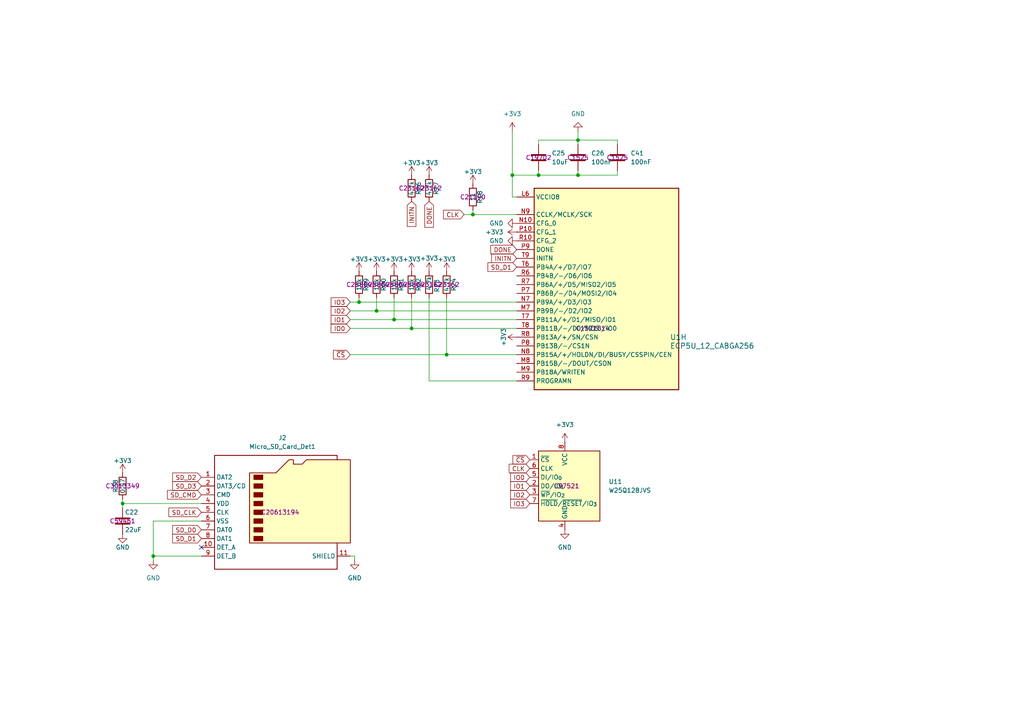
<source format=kicad_sch>
(kicad_sch (version 20250114) (generator "eeschema") (generator_version "9.0")
  (paper "A4")
  (lib_symbols
    (symbol "Connector:Micro_SD_Card_Det2"
      (property "Reference" "J" (at -16.51 17.78 0))
      (property "Value" "Micro_SD_Card_Det2" (at 16.51 17.78 0))
      (symbol "Micro_SD_Card_Det2_0_1"
        (polyline (pts (xy -8.89 -8.89) (xy -8.89 11.43) (xy -1.27 11.43) (xy 2.54 15.24) (xy 3.81 15.24) (xy 3.81 13.97) (xy 6.35 13.97) (xy 7.62 15.24) (xy 20.32 15.24) (xy 20.32 -8.89) (xy -8.89 -8.89)) (stroke (width 0.254)) (fill (type background)))
        (rectangle (start -7.62 10.795) (end -5.08 9.525) (stroke (width 0.254)) (fill (type outline)))
        (rectangle (start -7.62 8.255) (end -5.08 6.985) (stroke (width 0.254)) (fill (type outline)))
        (rectangle (start -7.62 5.715) (end -5.08 4.445) (stroke (width 0.254)) (fill (type outline)))
        (rectangle (start -7.62 3.175) (end -5.08 1.905) (stroke (width 0.254)) (fill (type outline)))
        (rectangle (start -7.62 0.635) (end -5.08 -0.635) (stroke (width 0.254)) (fill (type outline)))
        (rectangle (start -7.62 -1.905) (end -5.08 -3.175) (stroke (width 0.254)) (fill (type outline)))
        (rectangle (start -7.62 -4.445) (end -5.08 -5.715) (stroke (width 0.254)) (fill (type outline)))
        (rectangle (start -7.62 -6.985) (end -5.08 -8.255) (stroke (width 0.254)) (fill (type outline)))
        (polyline (pts (xy 16.51 15.24) (xy 16.51 16.51) (xy -19.05 16.51) (xy -19.05 -16.51) (xy 16.51 -16.51) (xy 16.51 -8.89)) (stroke (width 0.254)))
      )
      (symbol "Micro_SD_Card_Det2_1_1"
        (pin bidirectional line (at -22.86 10.16 0) (length 3.81) (name "DAT2") (number "1"))
        (pin bidirectional line (at -22.86 7.62 0) (length 3.81) (name "DAT3/CD") (number "2"))
        (pin input line (at -22.86 5.08 0) (length 3.81) (name "CMD") (number "3"))
        (pin power_in line (at -22.86 2.54 0) (length 3.81) (name "VDD") (number "4"))
        (pin input line (at -22.86 0 0) (length 3.81) (name "CLK") (number "5"))
        (pin power_in line (at -22.86 -2.54 0) (length 3.81) (name "VSS") (number "6"))
        (pin bidirectional line (at -22.86 -5.08 0) (length 3.81) (name "DAT0") (number "7"))
        (pin bidirectional line (at -22.86 -7.62 0) (length 3.81) (name "DAT1") (number "8"))
        (pin passive line (at -22.86 -10.16 0) (length 3.81) (name "DET_A") (number "10"))
        (pin passive line (at -22.86 -12.7 0) (length 3.81) (name "DET_B") (number "9"))
        (pin passive line (at 20.32 -12.7 180) (length 3.81) (name "SHIELD") (number "11"))
      )
    )
    (symbol "Device:C" (pin_numbers (hide yes)) (pin_names (offset 0.254))
      (property "Reference" "C" (at 0.635 2.54 0))
      (property "Value" "C" (at 0.635 -2.54 0))
      (symbol "C_0_1"
        (polyline (pts (xy -2.032 0.762) (xy 2.032 0.762)) (stroke (width 0.508)))
        (polyline (pts (xy -2.032 -0.762) (xy 2.032 -0.762)) (stroke (width 0.508)))
      )
      (symbol "C_1_1"
        (pin passive line (at 0 3.81 270) (length 2.794) (name "~") (number "1"))
        (pin passive line (at 0 -3.81 90) (length 2.794) (name "~") (number "2"))
      )
    )
    (symbol "Device:R" (pin_numbers (hide yes)) (pin_names (offset 0))
      (property "Reference" "R" (at 2.032 0 90))
      (property "Value" "R" (at 0 0 90))
      (symbol "R_0_1"
        (rectangle (start -1.016 -2.54) (end 1.016 2.54) (stroke (width 0.254)))
      )
      (symbol "R_1_1"
        (pin passive line (at 0 3.81 270) (length 1.27) (name "~") (number "1"))
        (pin passive line (at 0 -3.81 90) (length 1.27) (name "~") (number "2"))
      )
    )
    (symbol "ECP5U_12_CABGA256_4"
      (property "Reference" "U1" (at 22.86 -2.5399 0))
      (property "Value" "ECP5U_12_CABGA256" (at 22.86 -5.0799 0))
      (symbol "ECP5U_12_CABGA256_4_1_1"
        (rectangle (start -7.62 7.62) (end 6.35 -7.62) (stroke (width 0.001)) (fill (type background)))
        (pin power_in line (at -12.7 5.08 0) (length 5.08) (name "VCC[6]") (number "G6"))
        (pin power_in line (at -12.7 5.08 0) (length 5.08) (name "VCC[6]") (number "G7"))
        (pin power_in line (at -12.7 5.08 0) (length 5.08) (name "VCC[6]") (number "G9"))
        (pin power_in line (at -12.7 5.08 0) (length 5.08) (name "VCC[6]") (number "L10"))
        (pin power_in line (at -12.7 5.08 0) (length 5.08) (name "VCC[6]") (number "L8"))
        (pin power_in line (at -12.7 5.08 0) (length 5.08) (name "VCC[6]") (number "L9"))
        (pin power_in line (at -12.7 2.54 0) (length 5.08) (name "VCCAUX[2]") (number "G11"))
        (pin power_in line (at -12.7 2.54 0) (length 5.08) (name "VCCAUX[2]") (number "L7"))
        (pin power_in line (at -12.7 -5.08 0) (length 5.08) (name "GND[27]") (number "A1"))
        (pin power_in line (at -12.7 -5.08 0) (length 5.08) (name "GND[27]") (number "A16"))
        (pin power_in line (at -12.7 -5.08 0) (length 5.08) (name "GND[27]") (number "D15"))
        (pin power_in line (at -12.7 -5.08 0) (length 5.08) (name "GND[27]") (number "D2"))
        (pin power_in line (at -12.7 -5.08 0) (length 5.08) (name "GND[27]") (number "F8"))
        (pin power_in line (at -12.7 -5.08 0) (length 5.08) (name "GND[27]") (number "F9"))
        (pin power_in line (at -12.7 -5.08 0) (length 5.08) (name "GND[27]") (number "G10"))
        (pin power_in line (at -12.7 -5.08 0) (length 5.08) (name "GND[27]") (number "G8"))
        (pin power_in line (at -12.7 -5.08 0) (length 5.08) (name "GND[27]") (number "H1"))
        (pin power_in line (at -12.7 -5.08 0) (length 5.08) (name "GND[27]") (number "H10"))
        (pin power_in line (at -12.7 -5.08 0) (length 5.08) (name "GND[27]") (number "H16"))
        (pin power_in line (at -12.7 -5.08 0) (length 5.08) (name "GND[27]") (number "H8"))
        (pin power_in line (at -12.7 -5.08 0) (length 5.08) (name "GND[27]") (number "H9"))
        (pin power_in line (at -12.7 -5.08 0) (length 5.08) (name "GND[27]") (number "J10"))
        (pin power_in line (at -12.7 -5.08 0) (length 5.08) (name "GND[27]") (number "J8"))
        (pin power_in line (at -12.7 -5.08 0) (length 5.08) (name "GND[27]") (number "J9"))
        (pin power_in line (at -12.7 -5.08 0) (length 5.08) (name "GND[27]") (number "K10"))
        (pin power_in line (at -12.7 -5.08 0) (length 5.08) (name "GND[27]") (number "K6"))
        (pin power_in line (at -12.7 -5.08 0) (length 5.08) (name "GND[27]") (number "K7"))
        (pin power_in line (at -12.7 -5.08 0) (length 5.08) (name "GND[27]") (number "K8"))
        (pin power_in line (at -12.7 -5.08 0) (length 5.08) (name "GND[27]") (number "K9"))
        (pin power_in line (at -12.7 -5.08 0) (length 5.08) (name "GND[27]") (number "N15"))
        (pin power_in line (at -12.7 -5.08 0) (length 5.08) (name "GND[27]") (number "N2"))
        (pin power_in line (at -12.7 -5.08 0) (length 5.08) (name "GND[27]") (number "T1"))
        (pin power_in line (at -12.7 -5.08 0) (length 5.08) (name "GND[27]") (number "T12"))
        (pin power_in line (at -12.7 -5.08 0) (length 5.08) (name "GND[27]") (number "T16"))
        (pin power_in line (at -12.7 -5.08 0) (length 5.08) (name "GND[27]") (number "T5"))
      )
      (symbol "ECP5U_12_CABGA256_4_2_1"
        (rectangle (start -16.51 40.64) (end 8.89 -27.94) (stroke (width 0.305)) (fill (type background)))
        (pin power_in line (at -21.59 38.1 0) (length 5.08) (name "VCCIO0[2]") (number "F6"))
        (pin power_in line (at -21.59 38.1 0) (length 5.08) (name "VCCIO0[2]") (number "F7"))
        (pin bidirectional line (at -21.59 33.02 0) (length 5.08) (name "PT4A/+") (number "A2"))
        (pin bidirectional line (at -21.59 30.48 0) (length 5.08) (name "PT4B/-") (number "B3"))
        (pin bidirectional line (at -21.59 27.94 0) (length 5.08) (name "PT6A/+") (number "A3"))
        (pin bidirectional line (at -21.59 25.4 0) (length 5.08) (name "PT6B/-") (number "A4"))
        (pin bidirectional line (at -21.59 22.86 0) (length 5.08) (name "PT9A/+") (number "E4"))
        (pin bidirectional line (at -21.59 20.32 0) (length 5.08) (name "PT9B/-") (number "D4"))
        (pin bidirectional line (at -21.59 17.78 0) (length 5.08) (name "PT11A/+") (number "C4"))
        (pin bidirectional line (at -21.59 15.24 0) (length 5.08) (name "PT11B/-") (number "B4"))
        (pin bidirectional line (at -21.59 12.7 0) (length 5.08) (name "PT13A/+") (number "E5"))
        (pin bidirectional line (at -21.59 10.16 0) (length 5.08) (name "PT13B/-") (number "D5"))
        (pin bidirectional line (at -21.59 7.62 0) (length 5.08) (name "PT15A/+") (number "C5"))
        (pin bidirectional line (at -21.59 5.08 0) (length 5.08) (name "PT15B/-") (number "B5"))
        (pin bidirectional line (at -21.59 2.54 0) (length 5.08) (name "PT18A/+") (number "A5"))
        (pin bidirectional line (at -21.59 0 0) (length 5.08) (name "PT18B/-") (number "A6"))
        (pin bidirectional line (at -21.59 -2.54 0) (length 5.08) (name "PT20A/+") (number "E6"))
        (pin bidirectional line (at -21.59 -5.08 0) (length 5.08) (name "PT20B/-") (number "D6"))
        (pin bidirectional line (at -21.59 -7.62 0) (length 5.08) (name "PT22A/+") (number "C6"))
        (pin bidirectional line (at -21.59 -10.16 0) (length 5.08) (name "PT22B/-") (number "B6"))
        (pin bidirectional line (at -21.59 -12.7 0) (length 5.08) (name "PT24A/+/GR_PCLK0_1") (number "E7"))
        (pin bidirectional line (at -21.59 -15.24 0) (length 5.08) (name "PT24B/-/GR_PCLK0_0") (number "D7"))
        (pin bidirectional line (at -21.59 -17.78 0) (length 5.08) (name "PT27A/+/PCLKT0_1") (number "C7"))
        (pin bidirectional line (at -21.59 -20.32 0) (length 5.08) (name "PT27B/-/PCLKC0_1") (number "B7"))
        (pin bidirectional line (at -21.59 -22.86 0) (length 5.08) (name "PT29A/+/PCLKT0_0") (number "A7"))
        (pin bidirectional line (at -21.59 -25.4 0) (length 5.08) (name "PT29B/-/PCLKC0_0") (number "A8"))
      )
      (symbol "ECP5U_12_CABGA256_4_3_1"
        (rectangle (start -16.51 40.64) (end 8.89 -48.26) (stroke (width 0.305)) (fill (type background)))
        (pin power_in line (at -21.59 38.1 0) (length 5.08) (name "VCCIO1[2]") (number "F10"))
        (pin power_in line (at -21.59 38.1 0) (length 5.08) (name "VCCIO1[2]") (number "F11"))
        (pin bidirectional line (at -21.59 33.02 0) (length 5.08) (name "PT33A/+/PCLKT1_1") (number "E8"))
        (pin bidirectional line (at -21.59 30.48 0) (length 5.08) (name "PT33B/-/PCLKC1_1") (number "D8"))
        (pin bidirectional line (at -21.59 27.94 0) (length 5.08) (name "PT35A/+/PCLKT1_0") (number "C8"))
        (pin bidirectional line (at -21.59 25.4 0) (length 5.08) (name "PT35B/-/PCLKC1_0") (number "B8"))
        (pin bidirectional line (at -21.59 22.86 0) (length 5.08) (name "PT38A/+/GR_PCLK1_0") (number "B9"))
        (pin bidirectional line (at -21.59 20.32 0) (length 5.08) (name "PT38B/-/GR_PCLK1_1") (number "C9"))
        (pin bidirectional line (at -21.59 17.78 0) (length 5.08) (name "PT40A/+") (number "D9"))
        (pin bidirectional line (at -21.59 15.24 0) (length 5.08) (name "PT40B/-") (number "E9"))
        (pin bidirectional line (at -21.59 12.7 0) (length 5.08) (name "PT42A/+") (number "A9"))
        (pin bidirectional line (at -21.59 10.16 0) (length 5.08) (name "PT42B/-") (number "A10"))
        (pin bidirectional line (at -21.59 7.62 0) (length 5.08) (name "PT44A/+") (number "B10"))
        (pin bidirectional line (at -21.59 5.08 0) (length 5.08) (name "PT44B/-") (number "C10"))
        (pin bidirectional line (at -21.59 2.54 0) (length 5.08) (name "PT47A/+") (number "D10"))
        (pin bidirectional line (at -21.59 0 0) (length 5.08) (name "PT47B/-") (number "E10"))
        (pin bidirectional line (at -21.59 -2.54 0) (length 5.08) (name "PT49A/+") (number "B11"))
        (pin bidirectional line (at -21.59 -5.08 0) (length 5.08) (name "PT49B/-") (number "C11"))
        (pin bidirectional line (at -21.59 -7.62 0) (length 5.08) (name "PT51A/+") (number "D11"))
        (pin bidirectional line (at -21.59 -10.16 0) (length 5.08) (name "PT51B/-") (number "E11"))
        (pin bidirectional line (at -21.59 -12.7 0) (length 5.08) (name "PT53A/+") (number "A11"))
        (pin bidirectional line (at -21.59 -15.24 0) (length 5.08) (name "PT53B/-") (number "A12"))
        (pin bidirectional line (at -21.59 -17.78 0) (length 5.08) (name "PT56A/+") (number "B12"))
        (pin bidirectional line (at -21.59 -20.32 0) (length 5.08) (name "PT56B/-") (number "C12"))
        (pin bidirectional line (at -21.59 -22.86 0) (length 5.08) (name "PT58A/+") (number "D12"))
        (pin bidirectional line (at -21.59 -25.4 0) (length 5.08) (name "PT58B/-") (number "E12"))
        (pin bidirectional line (at -21.59 -27.94 0) (length 5.08) (name "PT60A/+") (number "B13"))
        (pin bidirectional line (at -21.59 -30.48 0) (length 5.08) (name "PT60B/-") (number "C13"))
        (pin bidirectional line (at -21.59 -33.02 0) (length 5.08) (name "PT62A/+") (number "D13"))
        (pin bidirectional line (at -21.59 -35.56 0) (length 5.08) (name "PT62B/-") (number "E13"))
        (pin bidirectional line (at -21.59 -38.1 0) (length 5.08) (name "PT65A/+") (number "A13"))
        (pin bidirectional line (at -21.59 -40.64 0) (length 5.08) (name "PT65B/-") (number "A14"))
        (pin bidirectional line (at -21.59 -43.18 0) (length 5.08) (name "PT67A/+") (number "B14"))
        (pin bidirectional line (at -21.59 -45.72 0) (length 5.08) (name "PT67B/-") (number "A15"))
      )
      (symbol "ECP5U_12_CABGA256_4_4_1"
        (rectangle (start -16.51 40.64) (end 21.59 -48.26) (stroke (width 0.305)) (fill (type background)))
        (pin power_in line (at -21.59 38.1 0) (length 5.08) (name "VCCIO2[2]") (number "H11"))
        (pin power_in line (at -21.59 38.1 0) (length 5.08) (name "VCCIO2[2]") (number "J11"))
        (pin bidirectional line (at -21.59 33.02 0) (length 5.08) (name "PR2A/+/HS/RDQ8") (number "B16"))
        (pin bidirectional line (at -21.59 30.48 0) (length 5.08) (name "PR2B/-/S0_IN/HS/RDQ8") (number "B15"))
        (pin bidirectional line (at -21.59 27.94 0) (length 5.08) (name "PR2C/+/RDQ8") (number "C14"))
        (pin bidirectional line (at -21.59 25.4 0) (length 5.08) (name "PR2D/-/RDQ8") (number "D14"))
        (pin bidirectional line (at -21.59 22.86 0) (length 5.08) (name "PR5A/+/HS/RDQ8") (number "C16"))
        (pin bidirectional line (at -21.59 20.32 0) (length 5.08) (name "PR5B/-/HS/RDQ8") (number "C15"))
        (pin bidirectional line (at -21.59 17.78 0) (length 5.08) (name "PR5C/+/RDQ8") (number "E14"))
        (pin bidirectional line (at -21.59 15.24 0) (length 5.08) (name "PR5D/-/RDQ8") (number "F14"))
        (pin bidirectional line (at -21.59 12.7 0) (length 5.08) (name "PR8A/+/HS/RDQS8") (number "D16"))
        (pin bidirectional line (at -21.59 10.16 0) (length 5.08) (name "PR8B/-/HS/RDQSN8") (number "E15"))
        (pin bidirectional line (at -21.59 7.62 0) (length 5.08) (name "PR8C/+/RDQ8") (number "F13"))
        (pin bidirectional line (at -21.59 5.08 0) (length 5.08) (name "PR8D/-/RDQ8") (number "F12"))
        (pin bidirectional line (at -21.59 2.54 0) (length 5.08) (name "PR11A/+/HS/RDQ8") (number "G12"))
        (pin bidirectional line (at -21.59 0 0) (length 5.08) (name "PR11B/-/HS/RDQ8") (number "G13"))
        (pin bidirectional line (at -21.59 -2.54 0) (length 5.08) (name "PR11C/+/RDQ8") (number "F15"))
        (pin bidirectional line (at -21.59 -5.08 0) (length 5.08) (name "PR11D/-/RDQ8") (number "E16"))
        (pin bidirectional line (at -21.59 -7.62 0) (length 5.08) (name "PR14A/+/HS/RDQ20") (number "F16"))
        (pin bidirectional line (at -21.59 -10.16 0) (length 5.08) (name "PR14B/-/HS/RDQ20") (number "G15"))
        (pin bidirectional line (at -21.59 -12.7 0) (length 5.08) (name "PR14C/+/VREF1_2/RDQ20") (number "G14"))
        (pin bidirectional line (at -21.59 -15.24 0) (length 5.08) (name "PR14D/-/RDQ20") (number "H14"))
        (pin bidirectional line (at -21.59 -17.78 0) (length 5.08) (name "PR17A/+/HS/RDQ20") (number "H12"))
        (pin bidirectional line (at -21.59 -20.32 0) (length 5.08) (name "PR17B/-/HS/RDQ20") (number "H13"))
        (pin bidirectional line (at -21.59 -22.86 0) (length 5.08) (name "PR17C/+/RDQ20") (number "J13"))
        (pin bidirectional line (at -21.59 -25.4 0) (length 5.08) (name "PR17D/-/RDQ20") (number "J12"))
        (pin bidirectional line (at -21.59 -27.94 0) (length 5.08) (name "PR20A/+/GR_PCLK2_1/HS/RDQS20") (number "G16"))
        (pin bidirectional line (at -21.59 -30.48 0) (length 5.08) (name "PR20B/-/HS/RDQSN20") (number "H15"))
        (pin bidirectional line (at -21.59 -33.02 0) (length 5.08) (name "PR20C/+/GR_PCLK2_0/RDQ20") (number "J14"))
        (pin bidirectional line (at -21.59 -35.56 0) (length 5.08) (name "PR20D/-/RDQ20") (number "K14"))
        (pin bidirectional line (at -21.59 -38.1 0) (length 5.08) (name "PR23A/+/PCLKT2_1/HS/RDQ20") (number "J16"))
        (pin bidirectional line (at -21.59 -40.64 0) (length 5.08) (name "PR23B/-/PCLKC2_1/HS/RDQ20") (number "J15"))
        (pin bidirectional line (at -21.59 -43.18 0) (length 5.08) (name "PR23C/+/PCLKT2_0/RDQ20") (number "K16"))
        (pin bidirectional line (at -21.59 -45.72 0) (length 5.08) (name "PR23D/-/PCLKC2_0/RDQ20") (number "K15"))
      )
      (symbol "ECP5U_12_CABGA256_4_5_1"
        (rectangle (start -16.51 40.64) (end 19.05 -48.26) (stroke (width 0.305)) (fill (type background)))
        (pin power_in line (at -21.59 38.1 0) (length 5.08) (name "VCCIO3[2]") (number "K11"))
        (pin power_in line (at -21.59 38.1 0) (length 5.08) (name "VCCIO3[2]") (number "L11"))
        (pin bidirectional line (at -21.59 33.02 0) (length 5.08) (name "PR26A/+/PCLKT3_1/HS/RDQ32") (number "L16"))
        (pin bidirectional line (at -21.59 30.48 0) (length 5.08) (name "PR26B/-/PCLKC3_1/HS/RDQ32") (number "L15"))
        (pin bidirectional line (at -21.59 27.94 0) (length 5.08) (name "PR26C/+/PCLKT3_0/RDQ32") (number "M16"))
        (pin bidirectional line (at -21.59 25.4 0) (length 5.08) (name "PR26D/-/PCLKC3_0/RDQ32") (number "M15"))
        (pin bidirectional line (at -21.59 22.86 0) (length 5.08) (name "PR29A/+/GR_PCLK3_0/HS/RDQ32") (number "K13"))
        (pin bidirectional line (at -21.59 20.32 0) (length 5.08) (name "PR29B/-/HS/RDQ32") (number "K12"))
        (pin bidirectional line (at -21.59 17.78 0) (length 5.08) (name "PR29C/+/GR_PCLK3_1/RDQ32") (number "L13"))
        (pin bidirectional line (at -21.59 15.24 0) (length 5.08) (name "PR29D/-/RDQ32") (number "L12"))
        (pin bidirectional line (at -21.59 12.7 0) (length 5.08) (name "PR32A/+/HS/RDQS32") (number "N16"))
        (pin bidirectional line (at -21.59 10.16 0) (length 5.08) (name "PR32B/-/HS/RDQSN32") (number "P15"))
        (pin bidirectional line (at -21.59 7.62 0) (length 5.08) (name "PR32C/+/RDQ32") (number "L14"))
        (pin bidirectional line (at -21.59 5.08 0) (length 5.08) (name "PR32D/-/RDQ32") (number "M14"))
        (pin bidirectional line (at -21.59 2.54 0) (length 5.08) (name "PR35A/+/HS/RDQ32") (number "P16"))
        (pin bidirectional line (at -21.59 0 0) (length 5.08) (name "PR35B/-/VREF1_3/HS/RDQ32") (number "R16"))
        (pin bidirectional line (at -21.59 -2.54 0) (length 5.08) (name "PR35C/+/RDQ32") (number "M13"))
        (pin bidirectional line (at -21.59 -5.08 0) (length 5.08) (name "PR35D/-/RDQ32") (number "N14"))
        (pin bidirectional line (at -21.59 -7.62 0) (length 5.08) (name "PR38A/+/HS/RDQ44") (number "N13"))
        (pin bidirectional line (at -21.59 -10.16 0) (length 5.08) (name "PR38B/-/HS/RDQ44") (number "P14"))
        (pin bidirectional line (at -21.59 -12.7 0) (length 5.08) (name "PR38C/+/RDQ44") (number "R15"))
        (pin bidirectional line (at -21.59 -15.24 0) (length 5.08) (name "PR38D/-/RDQ44") (number "T15"))
        (pin bidirectional line (at -21.59 -17.78 0) (length 5.08) (name "PR41A/+/HS/RDQ44") (number "P13"))
        (pin bidirectional line (at -21.59 -20.32 0) (length 5.08) (name "PR41B/-/HS/RDQ44") (number "R14"))
        (pin bidirectional line (at -21.59 -22.86 0) (length 5.08) (name "PR41C/+/RDQ44") (number "R13"))
        (pin bidirectional line (at -21.59 -25.4 0) (length 5.08) (name "PR41D/-/RDQ44") (number "T14"))
        (pin bidirectional line (at -21.59 -27.94 0) (length 5.08) (name "PR44A/+/HS/RDQS44") (number "R12"))
        (pin bidirectional line (at -21.59 -30.48 0) (length 5.08) (name "PR44B/-/HS/RDQSN44") (number "T13"))
        (pin bidirectional line (at -21.59 -33.02 0) (length 5.08) (name "PR44C/+/RDQ44") (number "M12"))
        (pin bidirectional line (at -21.59 -35.56 0) (length 5.08) (name "PR44D/-/RDQ44") (number "N12"))
        (pin bidirectional line (at -21.59 -38.1 0) (length 5.08) (name "PR47A/+/HS/RDQ44") (number "M11"))
        (pin bidirectional line (at -21.59 -40.64 0) (length 5.08) (name "PR47B/-/HS/RDQ44") (number "N11"))
        (pin bidirectional line (at -21.59 -43.18 0) (length 5.08) (name "PR47C/+/LRC_GPLL0T_IN/RDQ44") (number "P11"))
        (pin bidirectional line (at -21.59 -45.72 0) (length 5.08) (name "PR47D/-/LRC_GPLL0C_IN/RDQ44") (number "P12"))
      )
      (symbol "ECP5U_12_CABGA256_4_6_1"
        (rectangle (start -16.51 40.64) (end 19.05 -48.26) (stroke (width 0.305)) (fill (type background)))
        (pin power_in line (at -21.59 38.1 0) (length 5.08) (name "VCCIO6[2]") (number "J6"))
        (pin power_in line (at -21.59 38.1 0) (length 5.08) (name "VCCIO6[2]") (number "J7"))
        (pin bidirectional line (at -21.59 33.02 0) (length 5.08) (name "PL26A/+/PCLKT6_1/HS/LDQ32") (number "L1"))
        (pin bidirectional line (at -21.59 30.48 0) (length 5.08) (name "PL26B/-/PCLKC6_1/HS/LDQ32") (number "L2"))
        (pin bidirectional line (at -21.59 27.94 0) (length 5.08) (name "PL26C/+/PCLKT6_0/LDQ32") (number "M1"))
        (pin bidirectional line (at -21.59 25.4 0) (length 5.08) (name "PL26D/-/PCLKC6_0/LDQ32") (number "M2"))
        (pin bidirectional line (at -21.59 22.86 0) (length 5.08) (name "PL29A/+/GR_PCLK6_0/HS/LDQ32") (number "K4"))
        (pin bidirectional line (at -21.59 20.32 0) (length 5.08) (name "PL29B/-/HS/LDQ32") (number "K5"))
        (pin bidirectional line (at -21.59 17.78 0) (length 5.08) (name "PL29C/+/GR_PCLK6_1/LDQ32") (number "L4"))
        (pin bidirectional line (at -21.59 15.24 0) (length 5.08) (name "PL29D/-/LDQ32") (number "L5"))
        (pin bidirectional line (at -21.59 12.7 0) (length 5.08) (name "PL32A/+/HS/LDQS32") (number "N1"))
        (pin bidirectional line (at -21.59 10.16 0) (length 5.08) (name "PL32B/-/HS/LDQSN32") (number "P2"))
        (pin bidirectional line (at -21.59 7.62 0) (length 5.08) (name "PL32C/+/LDQ32") (number "L3"))
        (pin bidirectional line (at -21.59 5.08 0) (length 5.08) (name "PL32D/-/LDQ32") (number "M3"))
        (pin bidirectional line (at -21.59 2.54 0) (length 5.08) (name "PL35A/+/HS/LDQ32") (number "P1"))
        (pin bidirectional line (at -21.59 0 0) (length 5.08) (name "PL35B/-/VREF1_6/HS/LDQ32") (number "R1"))
        (pin bidirectional line (at -21.59 -2.54 0) (length 5.08) (name "PL35C/+/LDQ32") (number "M4"))
        (pin bidirectional line (at -21.59 -5.08 0) (length 5.08) (name "PL35D/-/LDQ32") (number "N3"))
        (pin bidirectional line (at -21.59 -7.62 0) (length 5.08) (name "PL38A/+/HS/LDQ44") (number "N4"))
        (pin bidirectional line (at -21.59 -10.16 0) (length 5.08) (name "PL38B/-/HS/LDQ44") (number "P3"))
        (pin bidirectional line (at -21.59 -12.7 0) (length 5.08) (name "PL38C/+/LDQ44") (number "R2"))
        (pin bidirectional line (at -21.59 -15.24 0) (length 5.08) (name "PL38D/-/LDQ44") (number "T2"))
        (pin bidirectional line (at -21.59 -17.78 0) (length 5.08) (name "PL41A/+/HS/LDQ44") (number "P4"))
        (pin bidirectional line (at -21.59 -20.32 0) (length 5.08) (name "PL41B/-/HS/LDQ44") (number "R3"))
        (pin bidirectional line (at -21.59 -22.86 0) (length 5.08) (name "PL41C/+/LDQ44") (number "R4"))
        (pin bidirectional line (at -21.59 -25.4 0) (length 5.08) (name "PL41D/-/LDQ44") (number "T3"))
        (pin bidirectional line (at -21.59 -27.94 0) (length 5.08) (name "PL44A/+/HS/LDQS44") (number "R5"))
        (pin bidirectional line (at -21.59 -30.48 0) (length 5.08) (name "PL44B/-/HS/LDQSN44") (number "T4"))
        (pin bidirectional line (at -21.59 -33.02 0) (length 5.08) (name "PL44C/+/LDQ44") (number "M5"))
        (pin bidirectional line (at -21.59 -35.56 0) (length 5.08) (name "PL44D/-/LDQ44") (number "N5"))
        (pin bidirectional line (at -21.59 -38.1 0) (length 5.08) (name "PL47A/+/HS/LDQ44") (number "M6"))
        (pin bidirectional line (at -21.59 -40.64 0) (length 5.08) (name "PL47B/-/HS/LDQ44") (number "N6"))
        (pin bidirectional line (at -21.59 -43.18 0) (length 5.08) (name "PL47C/+/LLC_GPLL0T_IN/LDQ44") (number "P6"))
        (pin bidirectional line (at -21.59 -45.72 0) (length 5.08) (name "PL47D/-/LLC_GPLL0C_IN/LDQ44") (number "P5"))
      )
      (symbol "ECP5U_12_CABGA256_4_7_1"
        (rectangle (start -16.51 40.64) (end 20.32 -46.99) (stroke (width 0.305)) (fill (type background)))
        (pin power_in line (at -21.59 38.1 0) (length 5.08) (name "VCCIO7[2]") (number "H6"))
        (pin power_in line (at -21.59 38.1 0) (length 5.08) (name "VCCIO7[2]") (number "H7"))
        (pin bidirectional line (at -21.59 34.29 0) (length 5.08) (name "PL2A/+/HS/LDQ8") (number "B1"))
        (pin bidirectional line (at -21.59 31.75 0) (length 5.08) (name "PL2B/-/HS/LDQ8") (number "B2"))
        (pin bidirectional line (at -21.59 29.21 0) (length 5.08) (name "PL2C/+/LDQ8") (number "C3"))
        (pin bidirectional line (at -21.59 26.67 0) (length 5.08) (name "PL2D/-/LDQ8") (number "D3"))
        (pin bidirectional line (at -21.59 24.13 0) (length 5.08) (name "PL5A/+/HS/LDQ8") (number "C1"))
        (pin bidirectional line (at -21.59 21.59 0) (length 5.08) (name "PL5B/-/HS/LDQ8") (number "C2"))
        (pin bidirectional line (at -21.59 19.05 0) (length 5.08) (name "PL5C/+/LDQ8") (number "E3"))
        (pin bidirectional line (at -21.59 16.51 0) (length 5.08) (name "PL5D/-/LDQ8") (number "F3"))
        (pin bidirectional line (at -21.59 13.97 0) (length 5.08) (name "PL8A/+/HS/LDQS8") (number "D1"))
        (pin bidirectional line (at -21.59 11.43 0) (length 5.08) (name "PL8B/-/HS/LDQSN8") (number "E2"))
        (pin bidirectional line (at -21.59 8.89 0) (length 5.08) (name "PL8C/+/LDQ8") (number "F4"))
        (pin bidirectional line (at -21.59 6.35 0) (length 5.08) (name "PL8D/-/LDQ8") (number "F5"))
        (pin bidirectional line (at -21.59 3.81 0) (length 5.08) (name "PL11A/+/HS/LDQ8") (number "G5"))
        (pin bidirectional line (at -21.59 1.27 0) (length 5.08) (name "PL11B/-/HS/LDQ8") (number "G4"))
        (pin bidirectional line (at -21.59 -1.27 0) (length 5.08) (name "PL11C/+/LDQ8") (number "F2"))
        (pin bidirectional line (at -21.59 -3.81 0) (length 5.08) (name "PL11D/-/LDQ8") (number "E1"))
        (pin bidirectional line (at -21.59 -6.35 0) (length 5.08) (name "PL14A/+/HS/LDQ20") (number "F1"))
        (pin bidirectional line (at -21.59 -8.89 0) (length 5.08) (name "PL14B/-/HS/LDQ20") (number "G2"))
        (pin bidirectional line (at -21.59 -11.43 0) (length 5.08) (name "PL14C/+/VREF1_7/LDQ20") (number "G3"))
        (pin bidirectional line (at -21.59 -13.97 0) (length 5.08) (name "PL14D/-/LDQ20") (number "H3"))
        (pin bidirectional line (at -21.59 -16.51 0) (length 5.08) (name "PL17A/+/HS/LDQ20") (number "H5"))
        (pin bidirectional line (at -21.59 -19.05 0) (length 5.08) (name "PL17B/-/HS/LDQ20") (number "H4"))
        (pin bidirectional line (at -21.59 -21.59 0) (length 5.08) (name "PL17C/+/LDQ20") (number "J4"))
        (pin bidirectional line (at -21.59 -24.13 0) (length 5.08) (name "PL17D/-/LDQ20") (number "J5"))
        (pin bidirectional line (at -21.59 -26.67 0) (length 5.08) (name "PL20A/+/GR_PCLK7_1/HS/LDQS20") (number "G1"))
        (pin bidirectional line (at -21.59 -29.21 0) (length 5.08) (name "PL20B/-/HS/LDQSN20") (number "H2"))
        (pin bidirectional line (at -21.59 -31.75 0) (length 5.08) (name "PL20C/+/GR_PCLK7_0/LDQ20") (number "J3"))
        (pin bidirectional line (at -21.59 -34.29 0) (length 5.08) (name "PL20D/-/LDQ20") (number "K3"))
        (pin bidirectional line (at -21.59 -36.83 0) (length 5.08) (name "PL23A/+/PCLKT7_1/HS/LDQ20") (number "J1"))
        (pin bidirectional line (at -21.59 -39.37 0) (length 5.08) (name "PL23B/-/PCLKC7_1/HS/LDQ20") (number "J2"))
        (pin bidirectional line (at -21.59 -41.91 0) (length 5.08) (name "PL23C/+/PCLKT7_0/LDQ20") (number "K1"))
        (pin bidirectional line (at -21.59 -44.45 0) (length 5.08) (name "PL23D/-/PCLKC7_0/LDQ20") (number "K2"))
      )
      (symbol "ECP5U_12_CABGA256_4_8_1"
        (rectangle (start -16.51 40.64) (end 25.4 -17.78) (stroke (width 0.305)) (fill (type background)))
        (pin power_in line (at -21.59 38.1 0) (length 5.08) (name "VCCIO8") (number "L6"))
        (pin bidirectional line (at -21.59 33.02 0) (length 5.08) (name "CCLK/MCLK/SCK") (number "N9"))
        (pin bidirectional line (at -21.59 30.48 0) (length 5.08) (name "CFG_0") (number "N10"))
        (pin bidirectional line (at -21.59 27.94 0) (length 5.08) (name "CFG_1") (number "P10"))
        (pin bidirectional line (at -21.59 25.4 0) (length 5.08) (name "CFG_2") (number "R10"))
        (pin bidirectional line (at -21.59 22.86 0) (length 5.08) (name "DONE") (number "P9"))
        (pin bidirectional line (at -21.59 20.32 0) (length 5.08) (name "INITN") (number "T9"))
        (pin bidirectional line (at -21.59 17.78 0) (length 5.08) (name "PB4A/+/D7/IO7") (number "T6"))
        (pin bidirectional line (at -21.59 15.24 0) (length 5.08) (name "PB4B/-/D6/IO6") (number "R6"))
        (pin bidirectional line (at -21.59 12.7 0) (length 5.08) (name "PB6A/+/D5/MISO2/IO5") (number "R7"))
        (pin bidirectional line (at -21.59 10.16 0) (length 5.08) (name "PB6B/-/D4/MOSI2/IO4") (number "P7"))
        (pin bidirectional line (at -21.59 7.62 0) (length 5.08) (name "PB9A/+/D3/IO3") (number "N7"))
        (pin bidirectional line (at -21.59 5.08 0) (length 5.08) (name "PB9B/-/D2/IO2") (number "M7"))
        (pin bidirectional line (at -21.59 2.54 0) (length 5.08) (name "PB11A/+/D1/MISO/IO1") (number "T7"))
        (pin bidirectional line (at -21.59 0 0) (length 5.08) (name "PB11B/-/D0/MOSI/IO0") (number "T8"))
        (pin bidirectional line (at -21.59 -2.54 0) (length 5.08) (name "PB13A/+/SN/CSN") (number "R8"))
        (pin bidirectional line (at -21.59 -5.08 0) (length 5.08) (name "PB13B/-/CS1N") (number "P8"))
        (pin bidirectional line (at -21.59 -7.62 0) (length 5.08) (name "PB15A/+/HOLDN/DI/BUSY/CSSPIN/CEN") (number "N8"))
        (pin bidirectional line (at -21.59 -10.16 0) (length 5.08) (name "PB15B/-/DOUT/CSON") (number "M8"))
        (pin bidirectional line (at -21.59 -12.7 0) (length 5.08) (name "PB18A/WRITEN") (number "M9"))
        (pin bidirectional line (at -21.59 -15.24 0) (length 5.08) (name "PROGRAMN") (number "R9"))
      )
      (symbol "ECP5U_12_CABGA256_4_9_1"
        (rectangle (start -2.54 6.35) (end 5.08 -6.35) (stroke (width 0.305)) (fill (type background)))
        (pin bidirectional line (at -7.62 3.81 0) (length 5.08) (name "TCK") (number "T10"))
        (pin bidirectional line (at -7.62 1.27 0) (length 5.08) (name "TDI") (number "R11"))
        (pin bidirectional line (at -7.62 -1.27 0) (length 5.08) (name "TDO") (number "M10"))
        (pin bidirectional line (at -7.62 -3.81 0) (length 5.08) (name "TMS") (number "T11"))
      )
    )
    (symbol "Memory_Flash:W25Q128JVS"
      (property "Reference" "U" (at -6.35 11.43 0))
      (property "Value" "W25Q128JVS" (at 7.62 11.43 0))
      (symbol "W25Q128JVS_0_1"
        (rectangle (start -7.62 10.16) (end 10.16 -10.16) (stroke (width 0.254)) (fill (type background)))
      )
      (symbol "W25Q128JVS_1_1"
        (pin input line (at -10.16 7.62 0) (length 2.54) (name "~{CS}") (number "1"))
        (pin input line (at -10.16 5.08 0) (length 2.54) (name "CLK") (number "6"))
        (pin bidirectional line (at -10.16 2.54 0) (length 2.54) (name "DI/IO_{0}") (number "5"))
        (pin bidirectional line (at -10.16 0 0) (length 2.54) (name "DO/IO_{1}") (number "2"))
        (pin bidirectional line (at -10.16 -2.54 0) (length 2.54) (name "~{WP}/IO_{2}") (number "3"))
        (pin bidirectional line (at -10.16 -5.08 0) (length 2.54) (name "~{HOLD}/~{RESET}/IO_{3}") (number "7"))
        (pin power_in line (at 0 12.7 270) (length 2.54) (name "VCC") (number "8"))
        (pin power_in line (at 0 -12.7 90) (length 2.54) (name "GND") (number "4"))
      )
    )
    (symbol "power:+3V3" (power) (pin_numbers (hide yes)) (pin_names (offset 0) (hide yes))
      (property "Value" "+3V3" (at 0 3.556 0))
      (symbol "+3V3_0_1"
        (polyline (pts (xy -0.762 1.27) (xy 0 2.54)))
        (polyline (pts (xy 0 2.54) (xy 0.762 1.27)))
        (polyline (pts (xy 0 0) (xy 0 2.54)))
      )
      (symbol "+3V3_1_1"
        (pin power_in line (at 0 0 90) (length 0) (name "~") (number "1"))
      )
    )
    (symbol "power:GND" (power) (pin_numbers (hide yes)) (pin_names (offset 0) (hide yes))
      (property "Value" "GND" (at 0 -3.81 0))
      (symbol "GND_0_1"
        (polyline (pts (xy 0 0) (xy 0 -1.27) (xy 1.27 -1.27) (xy 0 -2.54) (xy -1.27 -1.27) (xy 0 -1.27)))
      )
      (symbol "GND_1_1"
        (pin power_in line (at 0 0 270) (length 0) (name "~") (number "1"))
      )
    )
  )
  (junction (at 129.54 102.87))
  (junction (at 114.3 92.71))
  (junction (at 44.45 161.29))
  (junction (at 35.56 146.05))
  (junction (at 109.22 90.17))
  (junction (at 156.21 50.8))
  (junction (at 104.14 87.63))
  (junction (at 167.64 40.64))
  (junction (at 167.64 50.8))
  (junction (at 148.59 50.8))
  (junction (at 119.38 95.25))
  (junction (at 137.16 62.23))
  (no_connect (at 58.42 158.75))
  (wire (pts (xy 124.46 86.36) (xy 124.46 110.49)))
  (wire (pts (xy 167.64 50.8) (xy 179.07 50.8)))
  (wire (pts (xy 137.16 60.96) (xy 137.16 62.23)))
  (wire (pts (xy 102.87 161.29) (xy 101.6 161.29)))
  (wire (pts (xy 167.64 50.8) (xy 167.64 49.53)))
  (wire (pts (xy 114.3 92.71) (xy 114.3 86.36)))
  (wire (pts (xy 35.56 146.05) (xy 58.42 146.05)))
  (wire (pts (xy 101.6 92.71) (xy 114.3 92.71)))
  (wire (pts (xy 156.21 40.64) (xy 167.64 40.64)))
  (wire (pts (xy 148.59 38.1) (xy 148.59 50.8)))
  (wire (pts (xy 101.6 87.63) (xy 104.14 87.63)))
  (wire (pts (xy 44.45 151.13) (xy 44.45 161.29)))
  (wire (pts (xy 156.21 50.8) (xy 156.21 49.53)))
  (wire (pts (xy 179.07 50.8) (xy 179.07 49.53)))
  (wire (pts (xy 35.56 144.78) (xy 35.56 146.05)))
  (wire (pts (xy 104.14 87.63) (xy 104.14 86.36)))
  (wire (pts (xy 101.6 90.17) (xy 109.22 90.17)))
  (wire (pts (xy 119.38 86.36) (xy 119.38 95.25)))
  (wire (pts (xy 148.59 50.8) (xy 148.59 57.15)))
  (wire (pts (xy 134.62 62.23) (xy 137.16 62.23)))
  (wire (pts (xy 101.6 95.25) (xy 119.38 95.25)))
  (wire (pts (xy 119.38 95.25) (xy 149.86 95.25)))
  (wire (pts (xy 129.54 86.36) (xy 129.54 102.87)))
  (wire (pts (xy 167.64 40.64) (xy 179.07 40.64)))
  (wire (pts (xy 137.16 62.23) (xy 149.86 62.23)))
  (wire (pts (xy 167.64 40.64) (xy 167.64 41.91)))
  (wire (pts (xy 129.54 102.87) (xy 149.86 102.87)))
  (wire (pts (xy 114.3 92.71) (xy 149.86 92.71)))
  (wire (pts (xy 58.42 151.13) (xy 44.45 151.13)))
  (wire (pts (xy 44.45 161.29) (xy 44.45 162.56)))
  (wire (pts (xy 167.64 38.1) (xy 167.64 40.64)))
  (wire (pts (xy 148.59 57.15) (xy 149.86 57.15)))
  (wire (pts (xy 44.45 161.29) (xy 58.42 161.29)))
  (wire (pts (xy 156.21 40.64) (xy 156.21 41.91)))
  (wire (pts (xy 102.87 162.56) (xy 102.87 161.29)))
  (wire (pts (xy 179.07 40.64) (xy 179.07 41.91)))
  (wire (pts (xy 101.6 102.87) (xy 129.54 102.87)))
  (wire (pts (xy 156.21 50.8) (xy 167.64 50.8)))
  (wire (pts (xy 104.14 87.63) (xy 149.86 87.63)))
  (wire (pts (xy 35.56 146.05) (xy 35.56 147.32)))
  (wire (pts (xy 109.22 86.36) (xy 109.22 90.17)))
  (wire (pts (xy 109.22 90.17) (xy 149.86 90.17)))
  (wire (pts (xy 124.46 110.49) (xy 149.86 110.49)))
  (wire (pts (xy 148.59 50.8) (xy 156.21 50.8)))
  (global_label "IO3" (shape input) (at 101.6 87.63 180) (property "Intersheetrefs" "${INTERSHEET_REFS}" (effects (hide yes))))
  (global_label "IO3" (shape input) (at 153.67 146.05 180) (property "Intersheetrefs" "${INTERSHEET_REFS}" (effects (hide yes))))
  (global_label "CLK" (shape input) (at 153.67 135.89 180) (property "Intersheetrefs" "${INTERSHEET_REFS}" (effects (hide yes))))
  (global_label "~{CS}" (shape input) (at 101.6 102.87 180) (property "Intersheetrefs" "${INTERSHEET_REFS}" (effects (hide yes))))
  (global_label "IO1" (shape input) (at 101.6 92.71 180) (property "Intersheetrefs" "${INTERSHEET_REFS}" (effects (hide yes))))
  (global_label "INITN" (shape input) (at 149.86 74.93 180) (property "Intersheetrefs" "${INTERSHEET_REFS}" (effects (hide yes))))
  (global_label "IO2" (shape input) (at 153.67 143.51 180) (property "Intersheetrefs" "${INTERSHEET_REFS}" (effects (hide yes))))
  (global_label "INITN" (shape input) (at 119.38 58.42 270) (property "Intersheetrefs" "${INTERSHEET_REFS}" (effects (hide yes))))
  (global_label "SD_D2" (shape input) (at 58.42 138.43 180) (property "Intersheetrefs" "${INTERSHEET_REFS}" (effects (hide yes))))
  (global_label "SD_D1" (shape input) (at 58.42 156.21 180) (property "Intersheetrefs" "${INTERSHEET_REFS}" (effects (hide yes))))
  (global_label "~{CS}" (shape input) (at 153.67 133.35 180) (property "Intersheetrefs" "${INTERSHEET_REFS}" (effects (hide yes))))
  (global_label "IO0" (shape input) (at 153.67 138.43 180) (property "Intersheetrefs" "${INTERSHEET_REFS}" (effects (hide yes))))
  (global_label "DONE" (shape input) (at 149.86 72.39 180) (property "Intersheetrefs" "${INTERSHEET_REFS}" (effects (hide yes))))
  (global_label "IO2" (shape input) (at 101.6 90.17 180) (property "Intersheetrefs" "${INTERSHEET_REFS}" (effects (hide yes))))
  (global_label "IO1" (shape input) (at 153.67 140.97 180) (property "Intersheetrefs" "${INTERSHEET_REFS}" (effects (hide yes))))
  (global_label "SD_D1" (shape input) (at 149.86 77.47 180) (property "Intersheetrefs" "${INTERSHEET_REFS}" (effects (hide yes))))
  (global_label "SD_D3" (shape input) (at 58.42 140.97 180) (property "Intersheetrefs" "${INTERSHEET_REFS}" (effects (hide yes))))
  (global_label "SD_CLK" (shape input) (at 58.42 148.59 180) (property "Intersheetrefs" "${INTERSHEET_REFS}" (effects (hide yes))))
  (global_label "CLK" (shape input) (at 134.62 62.23 180) (property "Intersheetrefs" "${INTERSHEET_REFS}" (effects (hide yes))))
  (global_label "IO0" (shape input) (at 101.6 95.25 180) (property "Intersheetrefs" "${INTERSHEET_REFS}" (effects (hide yes))))
  (global_label "SD_CMD" (shape input) (at 58.42 143.51 180) (property "Intersheetrefs" "${INTERSHEET_REFS}" (effects (hide yes))))
  (global_label "SD_D0" (shape input) (at 58.42 153.67 180) (property "Intersheetrefs" "${INTERSHEET_REFS}" (effects (hide yes))))
  (global_label "DONE" (shape input) (at 124.46 58.42 270) (property "Intersheetrefs" "${INTERSHEET_REFS}" (effects (hide yes))))
  (symbol (lib_id "Device:R") (at 114.3 82.55 0) (unit 1)
    (property "Reference" "R21" (at 116.332 82.55 90))
    (property "Value" "10k" (at 114.3 82.55 90))
    (property "Footprint" "Resistor_SMD:R_0603_1608Metric" (effects (hide yes)))
    (property "JLCPCB Part #" "C25804" (at 114.3 82.55 0))
  )
  (symbol (lib_id "power:+3V3") (at 114.3 78.74 0) (unit 1)
    (property "Reference" "#PWR075" (effects (hide yes)))
    (property "Value" "+3V3" (at 114.3 75.184 0))
  )
  (symbol (lib_id "Device:R") (at 119.38 82.55 0) (unit 1)
    (property "Reference" "R22" (at 121.412 82.55 90))
    (property "Value" "10k" (at 119.38 82.55 90))
    (property "Footprint" "Resistor_SMD:R_0603_1608Metric" (effects (hide yes)))
    (property "JLCPCB Part #" "C25804" (at 119.38 82.55 0))
  )
  (symbol (lib_id "power:+3V3") (at 119.38 78.74 0) (unit 1)
    (property "Reference" "#PWR076" (effects (hide yes)))
    (property "Value" "+3V3" (at 119.38 75.184 0))
  )
  (symbol (lib_id "Device:R") (at 137.16 57.15 0) (unit 1)
    (property "Reference" "R18" (at 139.192 57.15 90))
    (property "Value" "1k" (at 137.16 57.15 90))
    (property "Footprint" "Resistor_SMD:R_0603_1608Metric" (effects (hide yes)))
    (property "JLCPCB Part #" "C21190" (at 137.16 57.15 0))
  )
  (symbol (lib_id "power:+3V3") (at 137.16 53.34 0) (unit 1)
    (property "Reference" "#PWR069" (effects (hide yes)))
    (property "Value" "+3V3" (at 137.16 49.784 0))
  )
  (symbol (lib_id "Device:R") (at 129.54 82.55 0) (unit 1)
    (property "Reference" "R24" (at 131.572 82.55 90))
    (property "Value" "4.7k" (at 129.54 82.55 90))
    (property "Footprint" "Resistor_SMD:R_0603_1608Metric" (effects (hide yes)))
    (property "JLCPCB Part #" "C23162" (at 129.54 82.55 0))
  )
  (symbol (lib_id "power:+3V3") (at 129.54 78.74 0) (unit 1)
    (property "Reference" "#PWR078" (effects (hide yes)))
    (property "Value" "+3V3" (at 129.54 75.184 0))
  )
  (symbol (lib_id "power:+3V3") (at 104.14 78.74 0) (unit 1)
    (property "Reference" "#PWR073" (effects (hide yes)))
    (property "Value" "+3V3" (at 104.14 75.184 0))
  )
  (symbol (lib_id "Device:R") (at 109.22 82.55 0) (unit 1)
    (property "Reference" "R20" (at 111.252 82.55 90))
    (property "Value" "10k" (at 109.22 82.55 90))
    (property "Footprint" "Resistor_SMD:R_0603_1608Metric" (effects (hide yes)))
    (property "JLCPCB Part #" "C25804" (at 109.22 82.55 0))
  )
  (symbol (lib_id "power:+3V3") (at 109.22 78.74 0) (unit 1)
    (property "Reference" "#PWR074" (effects (hide yes)))
    (property "Value" "+3V3" (at 109.22 75.184 0))
  )
  (symbol (lib_id "power:+3V3") (at 35.56 137.16 0) (unit 1)
    (property "Reference" "#PWR0148" (effects (hide yes)))
    (property "Value" "+3V3" (at 35.56 133.604 0))
  )
  (symbol (lib_id "Device:R") (at 35.56 140.97 180) (unit 1)
    (property "Reference" "R38" (at 33.528 140.97 90))
    (property "Value" "0.47" (at 35.56 140.97 90))
    (property "Footprint" "Resistor_SMD:R_0603_1608Metric" (effects (hide yes)))
    (property "JLCPCB Part #" "C3013349" (at 35.56 140.97 0))
  )
  (symbol (lib_id "power:GND") (at 35.56 154.94 0) (unit 1)
    (property "Reference" "#PWR0149" (effects (hide yes)))
    (property "Value" "GND" (at 35.56 158.75 0))
  )
  (symbol (lib_id "power:+3V3") (at 148.59 38.1 0) (unit 1)
    (property "Reference" "#PWR065" (effects (hide yes)))
    (property "Value" "+3V3" (at 148.59 33.02 0))
    (property "Description" "Power symbol creates a global label with name \"+3V3\"" (effects (hide yes)))
  )
  (symbol (lib_id "power:+3V3") (at 124.46 50.8 0) (unit 1)
    (property "Reference" "#PWR068" (effects (hide yes)))
    (property "Value" "+3V3" (at 124.46 47.244 0))
  )
  (symbol (lib_id "Connector:Micro_SD_Card_Det2") (at 81.28 148.59 0) (unit 1)
    (property "Reference" "J2" (at 81.915 127 0))
    (property "Value" "Micro_SD_Card_Det1" (at 81.915 129.54 0))
    (property "Footprint" "anice-lib:SDCard molex" (effects (hide yes)))
    (property "Datasheet" "https://www.hirose.com/en/product/document?clcode=&productname=&series=DM3&documenttype=Catalog&lang=en&documentid=D49662_en" (effects (hide yes)))
    (property "Description" "Micro SD Card Socket with two card detection pins" (effects (hide yes)))
    (property "JLCPCB Part #" "C20613194" (at 81.28 148.59 0))
  )
  (symbol (lib_id "power:+3V3") (at 119.38 50.8 0) (unit 1)
    (property "Reference" "#PWR067" (effects (hide yes)))
    (property "Value" "+3V3" (at 119.38 47.244 0))
  )
  (symbol (lib_id "Device:C") (at 156.21 45.72 0) (unit 1)
    (property "Reference" "C25" (at 160.02 44.4499 0) (effects (justify left)))
    (property "Value" "10uF" (at 160.02 46.9899 0) (effects (justify left)))
    (property "Footprint" "Capacitor_SMD:C_0603_1608Metric" (effects (hide yes)))
    (property "Description" "Unpolarized capacitor" (effects (hide yes)))
    (property "JLCPCB Part #" "C19702" (at 156.21 45.72 0))
  )
  (symbol (lib_id "Device:R") (at 119.38 54.61 0) (unit 1)
    (property "Reference" "R16" (at 121.412 54.61 90))
    (property "Value" "4.7k" (at 119.38 54.61 90))
    (property "Footprint" "Resistor_SMD:R_0603_1608Metric" (effects (hide yes)))
    (property "JLCPCB Part #" "C23162" (at 119.38 54.61 0))
  )
  (symbol (lib_id "Device:R") (at 124.46 54.61 0) (unit 1)
    (property "Reference" "R17" (at 126.492 54.61 90))
    (property "Value" "4.7k" (at 124.46 54.61 90))
    (property "Footprint" "Resistor_SMD:R_0603_1608Metric" (effects (hide yes)))
    (property "JLCPCB Part #" "C23162" (at 124.46 54.61 0))
  )
  (symbol (lib_id "power:+3V3") (at 149.86 97.79 90) (unit 1)
    (property "Reference" "#PWR079" (effects (hide yes)))
    (property "Value" "+3V3" (at 146.05 97.79 0))
  )
  (symbol (lib_id "power:GND") (at 167.64 38.1 180) (unit 1)
    (property "Reference" "#PWR066" (effects (hide yes)))
    (property "Value" "GND" (at 167.64 33.02 0))
    (property "Description" "Power symbol creates a global label with name \"GND\" , ground" (effects (hide yes)))
  )
  (symbol (lib_id "power:+3V3") (at 163.83 128.27 0) (unit 1)
    (property "Reference" "#PWR080" (effects (hide yes)))
    (property "Value" "+3V3" (at 163.83 123.19 0))
    (property "Description" "Power symbol creates a global label with name \"+3V3\"" (effects (hide yes)))
  )
  (symbol (lib_name "ECP5U_12_CABGA256_4") (lib_id "josh-ic:ECP5U_12_CABGA256") (at 171.45 95.25 0) (unit 8)
    (property "Reference" "U1" (at 194.31 97.7899 0) (effects (font (size 1.524 1.524)) (justify left)))
    (property "Value" "ECP5U_12_CABGA256" (at 194.31 100.3299 0) (effects (font (size 1.524 1.524)) (justify left)))
    (property "Footprint" "Package_BGA:BGA-256_14.0x14.0mm_Layout16x16_P0.8mm_Ball0.45mm_Pad0.32mm_NSMD" (effects (hide yes)))
    (property "Datasheet" "https://www.lcsc.com/datasheet/lcsc_datasheet_2411220131_Lattice-LFE5U-25F-6BG256C_C1521614.pdf" (effects (hide yes)))
    (property "JLCPCB Part #" " C1521614" (at 171.45 95.25 0))
  )
  (symbol (lib_id "Device:C") (at 179.07 45.72 0) (unit 1)
    (property "Reference" "C41" (at 182.88 44.4499 0) (effects (justify left)))
    (property "Value" "100nF" (at 182.88 46.9899 0) (effects (justify left)))
    (property "Footprint" "Capacitor_SMD:C_0402_1005Metric" (effects (hide yes)))
    (property "Description" "Unpolarized capacitor" (effects (hide yes)))
    (property "JLCPCB Part #" "C1525" (at 179.07 45.72 0))
  )
  (symbol (lib_id "Memory_Flash:W25Q128JVS") (at 163.83 140.97 0) (unit 1)
    (property "Reference" "U11" (at 176.53 139.6999 0) (effects (justify left)))
    (property "Value" "W25Q128JVS" (at 176.53 142.2399 0) (effects (justify left)))
    (property "Footprint" "Package_SO:SOIC-8_5.3x5.3mm_P1.27mm" (effects (hide yes)))
    (property "Datasheet" "https://www.winbond.com/resource-files/w25q128jv_dtr%20revc%2003272018%20plus.pdf" (effects (hide yes)))
    (property "Description" "128Mbit / 16MiB Serial Flash Memory, Standard/Dual/Quad SPI, 2.7-3.6V, SOIC-8" (effects (hide yes)))
    (property "JLCPCB Part #" " C97521" (at 163.83 140.97 0))
  )
  (symbol (lib_id "Device:C") (at 35.56 151.13 0) (unit 1)
    (property "Reference" "C22" (at 36.195 148.59 0) (effects (justify left)))
    (property "Value" "22uF" (at 36.195 153.67 0) (effects (justify left)))
    (property "Footprint" "Capacitor_SMD:C_0603_1608Metric" (effects (hide yes)))
    (property "JLCPCB Part #" "C59461" (at 35.56 151.13 0))
  )
  (symbol (lib_id "Device:R") (at 104.14 82.55 0) (unit 1)
    (property "Reference" "R19" (at 106.172 82.55 90))
    (property "Value" "10k" (at 104.14 82.55 90))
    (property "Footprint" "Resistor_SMD:R_0603_1608Metric" (effects (hide yes)))
    (property "JLCPCB Part #" "C25804" (at 104.14 82.55 0))
  )
  (symbol (lib_id "power:GND") (at 102.87 162.56 0) (unit 1)
    (property "Reference" "#PWR051" (effects (hide yes)))
    (property "Value" "GND" (at 102.87 167.64 0))
    (property "Description" "Power symbol creates a global label with name \"GND\" , ground" (effects (hide yes)))
  )
  (symbol (lib_id "power:GND") (at 163.83 153.67 0) (unit 1)
    (property "Reference" "#PWR081" (effects (hide yes)))
    (property "Value" "GND" (at 163.83 158.75 0))
    (property "Description" "Power symbol creates a global label with name \"GND\" , ground" (effects (hide yes)))
  )
  (symbol (lib_id "power:+3V3") (at 124.46 78.74 0) (unit 1)
    (property "Reference" "#PWR077" (effects (hide yes)))
    (property "Value" "+3V3" (at 124.46 74.93 0))
  )
  (symbol (lib_id "power:GND") (at 44.45 162.56 0) (unit 1)
    (property "Reference" "#PWR053" (effects (hide yes)))
    (property "Value" "GND" (at 44.45 167.64 0))
    (property "Description" "Power symbol creates a global label with name \"GND\" , ground" (effects (hide yes)))
  )
  (symbol (lib_id "power:+3V3") (at 149.86 67.31 90) (unit 1)
    (property "Reference" "#PWR071" (effects (hide yes)))
    (property "Value" "+3V3" (at 146.05 67.3099 90) (effects (justify left)))
    (property "Description" "Power symbol creates a global label with name \"+3V3\"" (effects (hide yes)))
  )
  (symbol (lib_id "Device:C") (at 167.64 45.72 0) (unit 1)
    (property "Reference" "C26" (at 171.45 44.4499 0) (effects (justify left)))
    (property "Value" "100nF" (at 171.45 46.9899 0) (effects (justify left)))
    (property "Footprint" "Capacitor_SMD:C_0402_1005Metric" (effects (hide yes)))
    (property "Description" "Unpolarized capacitor" (effects (hide yes)))
    (property "JLCPCB Part #" "C1525" (at 167.64 45.72 0))
  )
  (symbol (lib_id "Device:R") (at 124.46 82.55 0) (unit 1)
    (property "Reference" "R23" (at 126.746 84.836 90) (effects (justify left)))
    (property "Value" "4.7k" (at 124.46 84.328 90) (effects (justify left)))
    (property "Footprint" "Resistor_SMD:R_0603_1608Metric" (effects (hide yes)))
    (property "JLCPCB Part #" "C23162" (at 124.46 82.55 0))
  )
  (symbol (lib_id "power:GND") (at 149.86 64.77 270) (unit 1)
    (property "Reference" "#PWR070" (effects (hide yes)))
    (property "Value" "GND" (at 146.05 64.7699 90) (effects (justify right)))
    (property "Description" "Power symbol creates a global label with name \"GND\" , ground" (effects (hide yes)))
  )
  (symbol (lib_id "power:GND") (at 149.86 69.85 270) (unit 1)
    (property "Reference" "#PWR072" (effects (hide yes)))
    (property "Value" "GND" (at 146.05 69.8499 90) (effects (justify right)))
    (property "Description" "Power symbol creates a global label with name \"GND\" , ground" (effects (hide yes)))
  )
)
</source>
